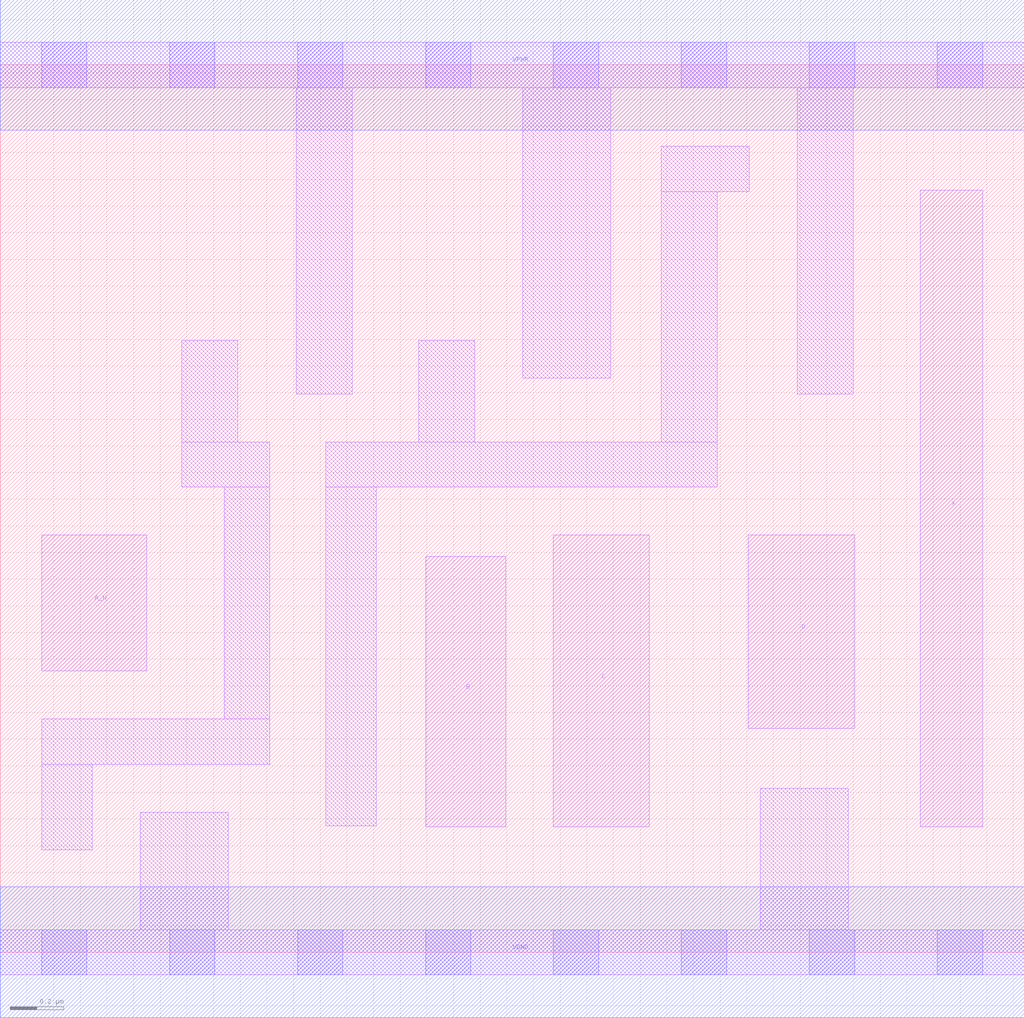
<source format=lef>
# Copyright 2020 The SkyWater PDK Authors
#
# Licensed under the Apache License, Version 2.0 (the "License");
# you may not use this file except in compliance with the License.
# You may obtain a copy of the License at
#
#     https://www.apache.org/licenses/LICENSE-2.0
#
# Unless required by applicable law or agreed to in writing, software
# distributed under the License is distributed on an "AS IS" BASIS,
# WITHOUT WARRANTIES OR CONDITIONS OF ANY KIND, either express or implied.
# See the License for the specific language governing permissions and
# limitations under the License.
#
# SPDX-License-Identifier: Apache-2.0

VERSION 5.7 ;
  NAMESCASESENSITIVE ON ;
  NOWIREEXTENSIONATPIN ON ;
  DIVIDERCHAR "/" ;
  BUSBITCHARS "[]" ;
UNITS
  DATABASE MICRONS 200 ;
END UNITS
MACRO sky130_fd_sc_lp__and4b_m
  CLASS CORE ;
  FOREIGN sky130_fd_sc_lp__and4b_m ;
  ORIGIN  0.000000  0.000000 ;
  SIZE  3.840000 BY  3.330000 ;
  SYMMETRY X Y R90 ;
  SITE unit ;
  PIN A_N
    ANTENNAGATEAREA  0.126000 ;
    DIRECTION INPUT ;
    USE SIGNAL ;
    PORT
      LAYER li1 ;
        RECT 0.155000 1.055000 0.550000 1.565000 ;
    END
  END A_N
  PIN B
    ANTENNAGATEAREA  0.126000 ;
    DIRECTION INPUT ;
    USE SIGNAL ;
    PORT
      LAYER li1 ;
        RECT 1.595000 0.470000 1.895000 1.485000 ;
    END
  END B
  PIN C
    ANTENNAGATEAREA  0.126000 ;
    DIRECTION INPUT ;
    USE SIGNAL ;
    PORT
      LAYER li1 ;
        RECT 2.075000 0.470000 2.435000 1.565000 ;
    END
  END C
  PIN D
    ANTENNAGATEAREA  0.126000 ;
    DIRECTION INPUT ;
    USE SIGNAL ;
    PORT
      LAYER li1 ;
        RECT 2.805000 0.840000 3.205000 1.565000 ;
    END
  END D
  PIN X
    ANTENNADIFFAREA  0.222600 ;
    DIRECTION OUTPUT ;
    USE SIGNAL ;
    PORT
      LAYER li1 ;
        RECT 3.450000 0.470000 3.685000 2.860000 ;
    END
  END X
  PIN VGND
    DIRECTION INOUT ;
    USE GROUND ;
    PORT
      LAYER met1 ;
        RECT 0.000000 -0.245000 3.840000 0.245000 ;
    END
  END VGND
  PIN VPWR
    DIRECTION INOUT ;
    USE POWER ;
    PORT
      LAYER met1 ;
        RECT 0.000000 3.085000 3.840000 3.575000 ;
    END
  END VPWR
  OBS
    LAYER li1 ;
      RECT 0.000000 -0.085000 3.840000 0.085000 ;
      RECT 0.000000  3.245000 3.840000 3.415000 ;
      RECT 0.155000  0.385000 0.345000 0.705000 ;
      RECT 0.155000  0.705000 1.010000 0.875000 ;
      RECT 0.525000  0.085000 0.855000 0.525000 ;
      RECT 0.680000  1.745000 1.010000 1.915000 ;
      RECT 0.680000  1.915000 0.890000 2.295000 ;
      RECT 0.840000  0.875000 1.010000 1.745000 ;
      RECT 1.110000  2.095000 1.320000 3.245000 ;
      RECT 1.220000  0.475000 1.410000 1.745000 ;
      RECT 1.220000  1.745000 2.690000 1.915000 ;
      RECT 1.570000  1.915000 1.780000 2.295000 ;
      RECT 1.960000  2.155000 2.290000 3.245000 ;
      RECT 2.480000  1.915000 2.690000 2.855000 ;
      RECT 2.480000  2.855000 2.810000 3.025000 ;
      RECT 2.850000  0.085000 3.180000 0.615000 ;
      RECT 2.990000  2.095000 3.200000 3.245000 ;
    LAYER mcon ;
      RECT 0.155000 -0.085000 0.325000 0.085000 ;
      RECT 0.155000  3.245000 0.325000 3.415000 ;
      RECT 0.635000 -0.085000 0.805000 0.085000 ;
      RECT 0.635000  3.245000 0.805000 3.415000 ;
      RECT 1.115000 -0.085000 1.285000 0.085000 ;
      RECT 1.115000  3.245000 1.285000 3.415000 ;
      RECT 1.595000 -0.085000 1.765000 0.085000 ;
      RECT 1.595000  3.245000 1.765000 3.415000 ;
      RECT 2.075000 -0.085000 2.245000 0.085000 ;
      RECT 2.075000  3.245000 2.245000 3.415000 ;
      RECT 2.555000 -0.085000 2.725000 0.085000 ;
      RECT 2.555000  3.245000 2.725000 3.415000 ;
      RECT 3.035000 -0.085000 3.205000 0.085000 ;
      RECT 3.035000  3.245000 3.205000 3.415000 ;
      RECT 3.515000 -0.085000 3.685000 0.085000 ;
      RECT 3.515000  3.245000 3.685000 3.415000 ;
  END
END sky130_fd_sc_lp__and4b_m
END LIBRARY

</source>
